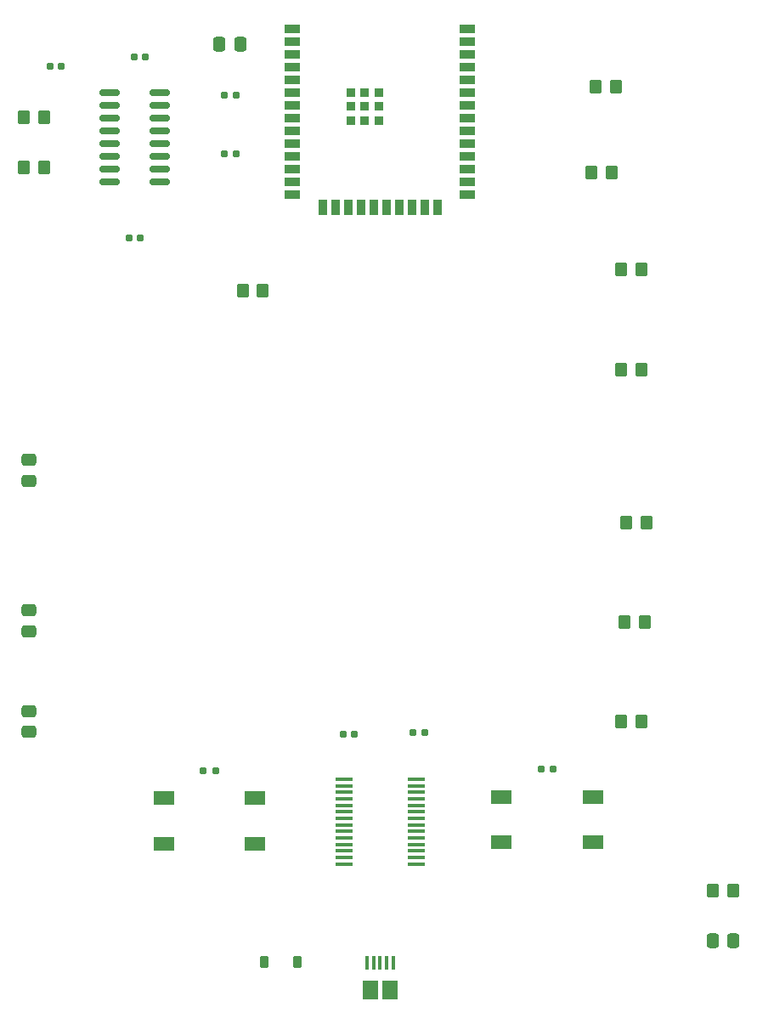
<source format=gbr>
%TF.GenerationSoftware,KiCad,Pcbnew,8.0.8*%
%TF.CreationDate,2025-04-06T12:17:53-05:00*%
%TF.ProjectId,ECE 445 PCBWay Order 4,45434520-3434-4352-9050-434257617920,rev?*%
%TF.SameCoordinates,Original*%
%TF.FileFunction,Paste,Top*%
%TF.FilePolarity,Positive*%
%FSLAX46Y46*%
G04 Gerber Fmt 4.6, Leading zero omitted, Abs format (unit mm)*
G04 Created by KiCad (PCBNEW 8.0.8) date 2025-04-06 12:17:53*
%MOMM*%
%LPD*%
G01*
G04 APERTURE LIST*
G04 Aperture macros list*
%AMRoundRect*
0 Rectangle with rounded corners*
0 $1 Rounding radius*
0 $2 $3 $4 $5 $6 $7 $8 $9 X,Y pos of 4 corners*
0 Add a 4 corners polygon primitive as box body*
4,1,4,$2,$3,$4,$5,$6,$7,$8,$9,$2,$3,0*
0 Add four circle primitives for the rounded corners*
1,1,$1+$1,$2,$3*
1,1,$1+$1,$4,$5*
1,1,$1+$1,$6,$7*
1,1,$1+$1,$8,$9*
0 Add four rect primitives between the rounded corners*
20,1,$1+$1,$2,$3,$4,$5,0*
20,1,$1+$1,$4,$5,$6,$7,0*
20,1,$1+$1,$6,$7,$8,$9,0*
20,1,$1+$1,$8,$9,$2,$3,0*%
G04 Aperture macros list end*
%ADD10RoundRect,0.250000X0.475000X-0.337500X0.475000X0.337500X-0.475000X0.337500X-0.475000X-0.337500X0*%
%ADD11RoundRect,0.250000X-0.337500X-0.475000X0.337500X-0.475000X0.337500X0.475000X-0.337500X0.475000X0*%
%ADD12RoundRect,0.160000X-0.197500X-0.160000X0.197500X-0.160000X0.197500X0.160000X-0.197500X0.160000X0*%
%ADD13RoundRect,0.250000X0.350000X0.450000X-0.350000X0.450000X-0.350000X-0.450000X0.350000X-0.450000X0*%
%ADD14RoundRect,0.155000X-0.212500X-0.155000X0.212500X-0.155000X0.212500X0.155000X-0.212500X0.155000X0*%
%ADD15R,2.100000X1.400000*%
%ADD16RoundRect,0.250000X-0.475000X0.337500X-0.475000X-0.337500X0.475000X-0.337500X0.475000X0.337500X0*%
%ADD17RoundRect,0.250000X-0.350000X-0.450000X0.350000X-0.450000X0.350000X0.450000X-0.350000X0.450000X0*%
%ADD18R,1.750000X0.450000*%
%ADD19R,0.900000X0.900000*%
%ADD20R,1.500000X0.900000*%
%ADD21R,0.900000X1.500000*%
%ADD22R,0.400000X1.350000*%
%ADD23R,1.500000X1.900000*%
%ADD24RoundRect,0.150000X-0.850000X-0.150000X0.850000X-0.150000X0.850000X0.150000X-0.850000X0.150000X0*%
%ADD25RoundRect,0.225000X-0.225000X-0.375000X0.225000X-0.375000X0.225000X0.375000X-0.225000X0.375000X0*%
G04 APERTURE END LIST*
D10*
%TO.C,C2*%
X115000000Y-86037500D03*
X115000000Y-83962500D03*
%TD*%
D11*
%TO.C,C9*%
X183112500Y-131826000D03*
X185187500Y-131826000D03*
%TD*%
D12*
%TO.C,R1*%
X132393500Y-114924000D03*
X133588500Y-114924000D03*
%TD*%
D13*
%TO.C,R9*%
X176508000Y-90188000D03*
X174508000Y-90188000D03*
%TD*%
D14*
%TO.C,C7*%
X124948500Y-61816000D03*
X126083500Y-61816000D03*
%TD*%
D15*
%TO.C,SW1*%
X162096000Y-117547000D03*
X171196000Y-117547000D03*
X162096000Y-122047000D03*
X171196000Y-122047000D03*
%TD*%
D16*
%TO.C,C3*%
X115000000Y-108962500D03*
X115000000Y-111037500D03*
%TD*%
D17*
%TO.C,R10*%
X136303000Y-67056000D03*
X138303000Y-67056000D03*
%TD*%
D10*
%TO.C,C1*%
X115000000Y-101037500D03*
X115000000Y-98962500D03*
%TD*%
D18*
%TO.C,U4*%
X146400000Y-115775000D03*
X146400000Y-116425000D03*
X146400000Y-117075000D03*
X146400000Y-117725000D03*
X146400000Y-118375000D03*
X146400000Y-119025000D03*
X146400000Y-119675000D03*
X146400000Y-120325000D03*
X146400000Y-120975000D03*
X146400000Y-121625000D03*
X146400000Y-122275000D03*
X146400000Y-122925000D03*
X146400000Y-123575000D03*
X146400000Y-124225000D03*
X153600000Y-124225000D03*
X153600000Y-123575000D03*
X153600000Y-122925000D03*
X153600000Y-122275000D03*
X153600000Y-121625000D03*
X153600000Y-120975000D03*
X153600000Y-120325000D03*
X153600000Y-119675000D03*
X153600000Y-119025000D03*
X153600000Y-118375000D03*
X153600000Y-117725000D03*
X153600000Y-117075000D03*
X153600000Y-116425000D03*
X153600000Y-115775000D03*
%TD*%
D14*
%TO.C,C6*%
X117102000Y-44704000D03*
X118237000Y-44704000D03*
%TD*%
D11*
%TO.C,C4*%
X133962500Y-42500000D03*
X136037500Y-42500000D03*
%TD*%
D13*
%TO.C,R8*%
X176000000Y-110000000D03*
X174000000Y-110000000D03*
%TD*%
D17*
%TO.C,R6*%
X183150000Y-126826000D03*
X185150000Y-126826000D03*
%TD*%
D13*
%TO.C,R4*%
X176000000Y-65000000D03*
X174000000Y-65000000D03*
%TD*%
D14*
%TO.C,C11*%
X134501000Y-53467000D03*
X135636000Y-53467000D03*
%TD*%
D17*
%TO.C,R13*%
X114516000Y-49816000D03*
X116516000Y-49816000D03*
%TD*%
D19*
%TO.C,U1*%
X149860000Y-50141000D03*
X149860000Y-48741000D03*
X149860000Y-47341000D03*
X148460000Y-50141000D03*
X148460000Y-48741000D03*
X148460000Y-47341000D03*
X147060000Y-50141000D03*
X147060000Y-48741000D03*
X147060000Y-47341000D03*
D20*
X158710000Y-41021000D03*
X158710000Y-42291000D03*
X158710000Y-43561000D03*
X158710000Y-44831000D03*
X158710000Y-46101000D03*
X158710000Y-47371000D03*
X158710000Y-48641000D03*
X158710000Y-49911000D03*
X158710000Y-51181000D03*
X158710000Y-52451000D03*
X158710000Y-53721000D03*
X158710000Y-54991000D03*
X158710000Y-56261000D03*
X158710000Y-57531000D03*
D21*
X155680000Y-58781000D03*
X154410000Y-58781000D03*
X153140000Y-58781000D03*
X151870000Y-58781000D03*
X150600000Y-58781000D03*
X149330000Y-58781000D03*
X148060000Y-58781000D03*
X146790000Y-58781000D03*
X145520000Y-58781000D03*
X144250000Y-58781000D03*
D20*
X141210000Y-57531000D03*
X141210000Y-56261000D03*
X141210000Y-54991000D03*
X141210000Y-53721000D03*
X141210000Y-52451000D03*
X141210000Y-51181000D03*
X141210000Y-49911000D03*
X141210000Y-48641000D03*
X141210000Y-47371000D03*
X141210000Y-46101000D03*
X141210000Y-44831000D03*
X141210000Y-43561000D03*
X141210000Y-42291000D03*
X141210000Y-41021000D03*
%TD*%
D22*
%TO.C,J2*%
X148700000Y-134079000D03*
X149350000Y-134079000D03*
X150000000Y-134079000D03*
X150650000Y-134079000D03*
X151300000Y-134079000D03*
D23*
X149000000Y-136779000D03*
X151000000Y-136779000D03*
%TD*%
D14*
%TO.C,C8*%
X146312000Y-111252000D03*
X147447000Y-111252000D03*
%TD*%
D15*
%TO.C,SW3*%
X128441000Y-117674000D03*
X137541000Y-117674000D03*
X128441000Y-122174000D03*
X137541000Y-122174000D03*
%TD*%
D13*
%TO.C,R11*%
X176000000Y-75000000D03*
X174000000Y-75000000D03*
%TD*%
D14*
%TO.C,C12*%
X153297000Y-111125000D03*
X154432000Y-111125000D03*
%TD*%
%TO.C,C10*%
X125484000Y-43815000D03*
X126619000Y-43815000D03*
%TD*%
D24*
%TO.C,U2*%
X123016000Y-47371000D03*
X123016000Y-48641000D03*
X123016000Y-49911000D03*
X123016000Y-51181000D03*
X123016000Y-52451000D03*
X123016000Y-53721000D03*
X123016000Y-54991000D03*
X123016000Y-56261000D03*
X128016000Y-56261000D03*
X128016000Y-54991000D03*
X128016000Y-53721000D03*
X128016000Y-52451000D03*
X128016000Y-51181000D03*
X128016000Y-49911000D03*
X128016000Y-48641000D03*
X128016000Y-47371000D03*
%TD*%
D13*
%TO.C,R7*%
X176381000Y-100139000D03*
X174381000Y-100139000D03*
%TD*%
%TO.C,R3*%
X173059000Y-55315000D03*
X171059000Y-55315000D03*
%TD*%
D12*
%TO.C,R2*%
X166048500Y-114797000D03*
X167243500Y-114797000D03*
%TD*%
D14*
%TO.C,C5*%
X134501000Y-47625000D03*
X135636000Y-47625000D03*
%TD*%
D25*
%TO.C,D2*%
X138432000Y-133985000D03*
X141732000Y-133985000D03*
%TD*%
D17*
%TO.C,R12*%
X114516000Y-54816000D03*
X116516000Y-54816000D03*
%TD*%
D13*
%TO.C,R5*%
X173499000Y-46736000D03*
X171499000Y-46736000D03*
%TD*%
M02*

</source>
